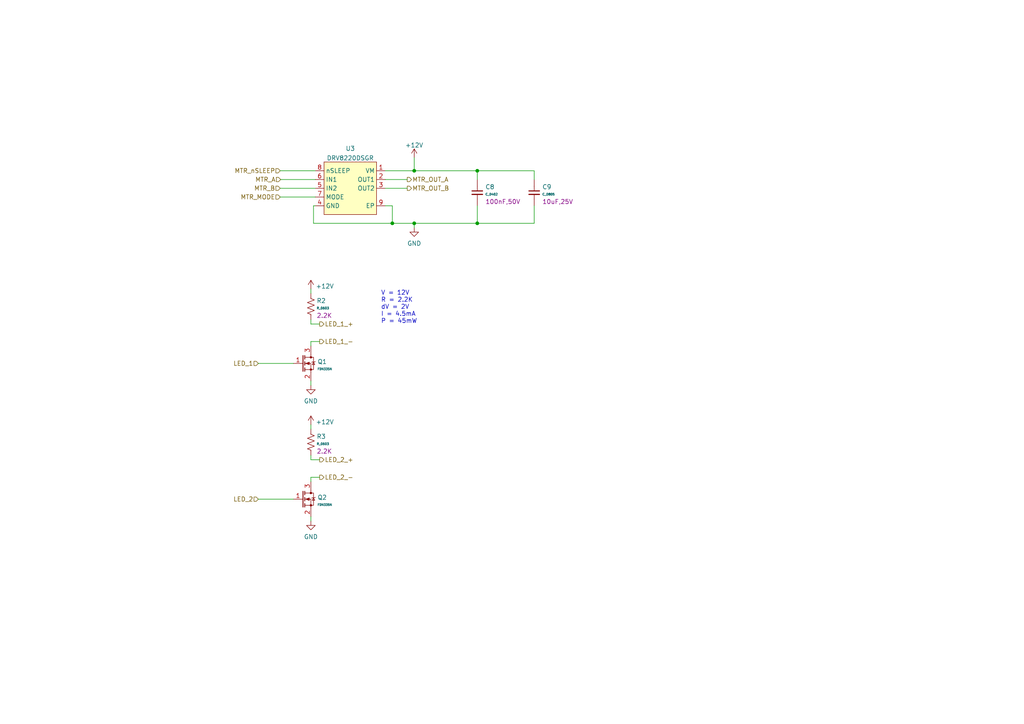
<source format=kicad_sch>
(kicad_sch (version 20211123) (generator eeschema)

  (uuid cfed62e9-34bb-4d32-944e-a36b65e51c2c)

  (paper "A4")

  (lib_symbols
    (symbol "C_Capacitor:C_0402" (pin_numbers hide) (pin_names (offset 1.016)) (in_bom yes) (on_board yes)
      (property "Reference" "C" (id 0) (at 2.54 1.905 0)
        (effects (font (size 1.27 1.27)))
      )
      (property "Value" "C_0402" (id 1) (at 3.81 -1.905 0)
        (effects (font (size 0.635 0.635)))
      )
      (property "Footprint" "C_Capacitor:C_0402" (id 2) (at -3.175 0 90)
        (effects (font (size 1.27 1.27)) hide)
      )
      (property "Datasheet" "" (id 3) (at 2.54 1.905 0)
        (effects (font (size 1.27 1.27)) hide)
      )
      (property "Capacitance" "?nF,?V" (id 4) (at 5.715 0 0)
        (effects (font (size 1.27 1.27)))
      )
      (symbol "C_0402_1_1"
        (polyline
          (pts
            (xy -1.524 -0.508)
            (xy 1.524 -0.508)
          )
          (stroke (width 0.3302) (type default) (color 0 0 0 0))
          (fill (type none))
        )
        (polyline
          (pts
            (xy -1.524 0.508)
            (xy 1.524 0.508)
          )
          (stroke (width 0.3048) (type default) (color 0 0 0 0))
          (fill (type none))
        )
        (polyline
          (pts
            (xy 0 -1.905)
            (xy 0 -0.635)
          )
          (stroke (width 0) (type default) (color 0 0 0 0))
          (fill (type none))
        )
        (polyline
          (pts
            (xy 0 0.635)
            (xy 0 1.905)
          )
          (stroke (width 0) (type default) (color 0 0 0 0))
          (fill (type none))
        )
        (pin passive line (at 0 3.81 270) (length 2.032)
          (name "~" (effects (font (size 1.27 1.27))))
          (number "1" (effects (font (size 1.27 1.27))))
        )
        (pin passive line (at 0 -3.81 90) (length 2.032)
          (name "~" (effects (font (size 1.27 1.27))))
          (number "2" (effects (font (size 1.27 1.27))))
        )
      )
    )
    (symbol "C_Capacitor:C_0805" (pin_numbers hide) (pin_names (offset 1.016)) (in_bom yes) (on_board yes)
      (property "Reference" "C" (id 0) (at 2.54 1.905 0)
        (effects (font (size 1.27 1.27)))
      )
      (property "Value" "C_0805" (id 1) (at 3.81 -1.905 0)
        (effects (font (size 0.635 0.635)))
      )
      (property "Footprint" "C_Capacitor:C_0805" (id 2) (at -3.175 0 90)
        (effects (font (size 1.27 1.27)) hide)
      )
      (property "Datasheet" "" (id 3) (at 2.54 1.905 0)
        (effects (font (size 1.27 1.27)) hide)
      )
      (property "Capacitance" "?uF,?V" (id 4) (at 5.08 0 0)
        (effects (font (size 1.27 1.27)))
      )
      (symbol "C_0805_1_1"
        (polyline
          (pts
            (xy -1.524 -0.508)
            (xy 1.524 -0.508)
          )
          (stroke (width 0.3302) (type default) (color 0 0 0 0))
          (fill (type none))
        )
        (polyline
          (pts
            (xy -1.524 0.508)
            (xy 1.524 0.508)
          )
          (stroke (width 0.3048) (type default) (color 0 0 0 0))
          (fill (type none))
        )
        (polyline
          (pts
            (xy 0 -1.905)
            (xy 0 -0.635)
          )
          (stroke (width 0) (type default) (color 0 0 0 0))
          (fill (type none))
        )
        (polyline
          (pts
            (xy 0 0.635)
            (xy 0 1.905)
          )
          (stroke (width 0) (type default) (color 0 0 0 0))
          (fill (type none))
        )
        (pin passive line (at 0 3.81 270) (length 2.032)
          (name "~" (effects (font (size 1.27 1.27))))
          (number "1" (effects (font (size 1.27 1.27))))
        )
        (pin passive line (at 0 -3.81 90) (length 2.032)
          (name "~" (effects (font (size 1.27 1.27))))
          (number "2" (effects (font (size 1.27 1.27))))
        )
      )
    )
    (symbol "Q_MOSFET:FDN335N" (pin_names (offset 0) hide) (in_bom yes) (on_board yes)
      (property "Reference" "Q" (id 0) (at 2.54 1.27 0)
        (effects (font (size 1.27 1.27)) (justify left))
      )
      (property "Value" "FDN335N" (id 1) (at 2.54 -0.381 0)
        (effects (font (size 0.6096 0.6096)) (justify left))
      )
      (property "Footprint" "U_IC:SOT23_3" (id 2) (at 8.89 -1.905 0)
        (effects (font (size 1.27 1.27)) hide)
      )
      (property "Datasheet" "https://www.onsemi.com/pdf/datasheet/fdn335n-d.pdf" (id 3) (at -1.27 -12.7 0)
        (effects (font (size 1.27 1.27)) hide)
      )
      (property "ki_keywords" "MOSFET P-CH 20V 1.3A SUPERSOT3" (id 4) (at 0 0 0)
        (effects (font (size 1.27 1.27)) hide)
      )
      (property "ki_description" "P-MOSFET transistor, drain/source/gate" (id 5) (at 0 0 0)
        (effects (font (size 1.27 1.27)) hide)
      )
      (symbol "FDN335N_0_1"
        (circle (center 0 -1.778) (radius 0.254)
          (stroke (width 0) (type default) (color 0 0 0 0))
          (fill (type outline))
        )
        (polyline
          (pts
            (xy -2.286 -2.286)
            (xy -2.286 2.286)
          )
          (stroke (width 0.254) (type default) (color 0 0 0 0))
          (fill (type none))
        )
        (polyline
          (pts
            (xy -1.778 -1.27)
            (xy -1.778 -2.286)
          )
          (stroke (width 0.254) (type default) (color 0 0 0 0))
          (fill (type none))
        )
        (polyline
          (pts
            (xy -1.778 0.508)
            (xy -1.778 -0.508)
          )
          (stroke (width 0.254) (type default) (color 0 0 0 0))
          (fill (type none))
        )
        (polyline
          (pts
            (xy -1.778 2.286)
            (xy -1.778 1.27)
          )
          (stroke (width 0.254) (type default) (color 0 0 0 0))
          (fill (type none))
        )
        (polyline
          (pts
            (xy 0 2.54)
            (xy 0 1.778)
          )
          (stroke (width 0) (type default) (color 0 0 0 0))
          (fill (type none))
        )
        (polyline
          (pts
            (xy 0 -2.54)
            (xy 0 0)
            (xy -1.778 0)
          )
          (stroke (width 0) (type default) (color 0 0 0 0))
          (fill (type none))
        )
        (polyline
          (pts
            (xy -1.778 1.778)
            (xy 0.762 1.778)
            (xy 0.762 -1.778)
            (xy -1.778 -1.778)
          )
          (stroke (width 0) (type default) (color 0 0 0 0))
          (fill (type none))
        )
        (polyline
          (pts
            (xy -1.4732 0)
            (xy -0.4572 -0.381)
            (xy -0.4572 0.381)
            (xy -1.4732 0)
          )
          (stroke (width 0) (type default) (color 0 0 0 0))
          (fill (type outline))
        )
        (polyline
          (pts
            (xy 0.254 0.3048)
            (xy 0.381 0.4318)
            (xy 1.143 0.4318)
            (xy 1.27 0.5588)
          )
          (stroke (width 0) (type default) (color 0 0 0 0))
          (fill (type none))
        )
        (polyline
          (pts
            (xy 0.762 0.3048)
            (xy 1.143 -0.3302)
            (xy 0.381 -0.3302)
            (xy 0.762 0.3048)
          )
          (stroke (width 0) (type default) (color 0 0 0 0))
          (fill (type none))
        )
        (circle (center 0 1.778) (radius 0.254)
          (stroke (width 0) (type default) (color 0 0 0 0))
          (fill (type outline))
        )
      )
      (symbol "FDN335N_1_1"
        (pin input line (at -5.08 0 0) (length 2.6924)
          (name "G" (effects (font (size 1.27 1.27))))
          (number "1" (effects (font (size 1.27 1.27))))
        )
        (pin passive line (at 0 -5.08 90) (length 2.54)
          (name "S" (effects (font (size 1.27 1.27))))
          (number "2" (effects (font (size 1.27 1.27))))
        )
        (pin passive line (at 0 5.08 270) (length 2.54)
          (name "D" (effects (font (size 1.27 1.27))))
          (number "3" (effects (font (size 1.27 1.27))))
        )
      )
    )
    (symbol "R_Resistor:R_0603" (pin_numbers hide) (pin_names (offset 1.016)) (in_bom yes) (on_board yes)
      (property "Reference" "R" (id 0) (at 2.54 1.905 0)
        (effects (font (size 1.27 1.27)))
      )
      (property "Value" "R_0603" (id 1) (at 3.81 -1.905 0)
        (effects (font (size 0.635 0.635)))
      )
      (property "Footprint" "R_Resistor:R_0603" (id 2) (at -2.54 0 90)
        (effects (font (size 1.27 1.27)) hide)
      )
      (property "Datasheet" "" (id 3) (at 5.08 -3.81 0)
        (effects (font (size 1.27 1.27)) hide)
      )
      (property "Resistance" "?K" (id 4) (at 3.175 0 0)
        (effects (font (size 1.27 1.27)))
      )
      (symbol "R_0603_1_1"
        (polyline
          (pts
            (xy 0 -2.286)
            (xy 0 -2.54)
          )
          (stroke (width 0) (type default) (color 0 0 0 0))
          (fill (type none))
        )
        (polyline
          (pts
            (xy 0 2.286)
            (xy 0 2.54)
          )
          (stroke (width 0) (type default) (color 0 0 0 0))
          (fill (type none))
        )
        (polyline
          (pts
            (xy 0 -0.762)
            (xy 1.016 -1.143)
            (xy 0 -1.524)
            (xy -1.016 -1.905)
            (xy 0 -2.286)
          )
          (stroke (width 0) (type default) (color 0 0 0 0))
          (fill (type none))
        )
        (polyline
          (pts
            (xy 0 0.762)
            (xy 1.016 0.381)
            (xy 0 0)
            (xy -1.016 -0.381)
            (xy 0 -0.762)
          )
          (stroke (width 0) (type default) (color 0 0 0 0))
          (fill (type none))
        )
        (polyline
          (pts
            (xy 0 2.286)
            (xy 1.016 1.905)
            (xy 0 1.524)
            (xy -1.016 1.143)
            (xy 0 0.762)
          )
          (stroke (width 0) (type default) (color 0 0 0 0))
          (fill (type none))
        )
        (pin passive line (at 0 3.81 270) (length 1.27)
          (name "~" (effects (font (size 1.27 1.27))))
          (number "1" (effects (font (size 1.27 1.27))))
        )
        (pin passive line (at 0 -3.81 90) (length 1.27)
          (name "~" (effects (font (size 1.27 1.27))))
          (number "2" (effects (font (size 1.27 1.27))))
        )
      )
    )
    (symbol "U_Driver:DRV8220DSGR" (in_bom yes) (on_board yes)
      (property "Reference" "U" (id 0) (at -6.4 8.96 0)
        (effects (font (size 1.27 1.27)))
      )
      (property "Value" "DRV8220DSGR" (id 1) (at 0 -8.89 0)
        (effects (font (size 1.27 1.27)))
      )
      (property "Footprint" "U_IC:DFN8_05_2x2_EP" (id 2) (at 1.27 -11.43 0)
        (effects (font (size 1.27 1.27)) hide)
      )
      (property "Datasheet" "https://www.ti.com/general/docs/suppproductinfo.tsp?distId=10&gotoUrl=http%3A%2F%2Fwww.ti.com%2Flit%2Fgpn%2Fdrv8220" (id 3) (at 2.54 -13.97 0)
        (effects (font (size 1.27 1.27)) hide)
      )
      (property "ki_description" "20-V, 1-A H-BRIDGE MOTOR DRIVER" (id 4) (at 0 0 0)
        (effects (font (size 1.27 1.27)) hide)
      )
      (symbol "DRV8220DSGR_0_1"
        (rectangle (start -7.62 7.62) (end 7.62 -7.62)
          (stroke (width 0.1524) (type default) (color 0 0 0 0))
          (fill (type background))
        )
      )
      (symbol "DRV8220DSGR_1_1"
        (pin power_in line (at 10.16 5.08 180) (length 2.54)
          (name "VM" (effects (font (size 1.27 1.27))))
          (number "1" (effects (font (size 1.27 1.27))))
        )
        (pin output line (at 10.16 2.54 180) (length 2.54)
          (name "OUT1" (effects (font (size 1.27 1.27))))
          (number "2" (effects (font (size 1.27 1.27))))
        )
        (pin output line (at 10.16 0 180) (length 2.54)
          (name "OUT2" (effects (font (size 1.27 1.27))))
          (number "3" (effects (font (size 1.27 1.27))))
        )
        (pin power_in line (at -10.16 -5.08 0) (length 2.54)
          (name "GND" (effects (font (size 1.27 1.27))))
          (number "4" (effects (font (size 1.27 1.27))))
        )
        (pin input line (at -10.16 0 0) (length 2.54)
          (name "IN2" (effects (font (size 1.27 1.27))))
          (number "5" (effects (font (size 1.27 1.27))))
        )
        (pin input line (at -10.16 2.54 0) (length 2.54)
          (name "IN1" (effects (font (size 1.27 1.27))))
          (number "6" (effects (font (size 1.27 1.27))))
        )
        (pin input line (at -10.16 -2.54 0) (length 2.54)
          (name "MODE" (effects (font (size 1.27 1.27))))
          (number "7" (effects (font (size 1.27 1.27))))
        )
        (pin input line (at -10.16 5.08 0) (length 2.54)
          (name "nSLEEP" (effects (font (size 1.27 1.27))))
          (number "8" (effects (font (size 1.27 1.27))))
        )
        (pin power_in line (at 10.16 -5.08 180) (length 2.54)
          (name "EP" (effects (font (size 1.27 1.27))))
          (number "9" (effects (font (size 1.27 1.27))))
        )
      )
    )
    (symbol "power:+12V" (power) (pin_names (offset 0)) (in_bom yes) (on_board yes)
      (property "Reference" "#PWR" (id 0) (at 0 -3.81 0)
        (effects (font (size 1.27 1.27)) hide)
      )
      (property "Value" "+12V" (id 1) (at 0 3.556 0)
        (effects (font (size 1.27 1.27)))
      )
      (property "Footprint" "" (id 2) (at 0 0 0)
        (effects (font (size 1.27 1.27)) hide)
      )
      (property "Datasheet" "" (id 3) (at 0 0 0)
        (effects (font (size 1.27 1.27)) hide)
      )
      (property "ki_keywords" "power-flag" (id 4) (at 0 0 0)
        (effects (font (size 1.27 1.27)) hide)
      )
      (property "ki_description" "Power symbol creates a global label with name \"+12V\"" (id 5) (at 0 0 0)
        (effects (font (size 1.27 1.27)) hide)
      )
      (symbol "+12V_0_1"
        (polyline
          (pts
            (xy -0.762 1.27)
            (xy 0 2.54)
          )
          (stroke (width 0) (type default) (color 0 0 0 0))
          (fill (type none))
        )
        (polyline
          (pts
            (xy 0 0)
            (xy 0 2.54)
          )
          (stroke (width 0) (type default) (color 0 0 0 0))
          (fill (type none))
        )
        (polyline
          (pts
            (xy 0 2.54)
            (xy 0.762 1.27)
          )
          (stroke (width 0) (type default) (color 0 0 0 0))
          (fill (type none))
        )
      )
      (symbol "+12V_1_1"
        (pin power_in line (at 0 0 90) (length 0) hide
          (name "+12V" (effects (font (size 1.27 1.27))))
          (number "1" (effects (font (size 1.27 1.27))))
        )
      )
    )
    (symbol "power:GND" (power) (pin_names (offset 0)) (in_bom yes) (on_board yes)
      (property "Reference" "#PWR" (id 0) (at 0 -6.35 0)
        (effects (font (size 1.27 1.27)) hide)
      )
      (property "Value" "GND" (id 1) (at 0 -3.81 0)
        (effects (font (size 1.27 1.27)))
      )
      (property "Footprint" "" (id 2) (at 0 0 0)
        (effects (font (size 1.27 1.27)) hide)
      )
      (property "Datasheet" "" (id 3) (at 0 0 0)
        (effects (font (size 1.27 1.27)) hide)
      )
      (property "ki_keywords" "power-flag" (id 4) (at 0 0 0)
        (effects (font (size 1.27 1.27)) hide)
      )
      (property "ki_description" "Power symbol creates a global label with name \"GND\" , ground" (id 5) (at 0 0 0)
        (effects (font (size 1.27 1.27)) hide)
      )
      (symbol "GND_0_1"
        (polyline
          (pts
            (xy 0 0)
            (xy 0 -1.27)
            (xy 1.27 -1.27)
            (xy 0 -2.54)
            (xy -1.27 -1.27)
            (xy 0 -1.27)
          )
          (stroke (width 0) (type default) (color 0 0 0 0))
          (fill (type none))
        )
      )
      (symbol "GND_1_1"
        (pin power_in line (at 0 0 270) (length 0) hide
          (name "GND" (effects (font (size 1.27 1.27))))
          (number "1" (effects (font (size 1.27 1.27))))
        )
      )
    )
  )

  (junction (at 138.43 49.53) (diameter 0) (color 0 0 0 0)
    (uuid 09078758-c4e6-44e4-bccb-b10d717135e8)
  )
  (junction (at 138.43 64.77) (diameter 0) (color 0 0 0 0)
    (uuid 0dbe4eb3-13cb-492d-a6a4-18ae85706c8e)
  )
  (junction (at 120.142 64.77) (diameter 0) (color 0 0 0 0)
    (uuid 1c29fd60-d4de-4a9d-ba3e-b9f630e094eb)
  )
  (junction (at 120.142 49.53) (diameter 0) (color 0 0 0 0)
    (uuid 7ae3c545-9193-4c8d-bbd0-9a9e3146b28e)
  )
  (junction (at 113.792 64.77) (diameter 0) (color 0 0 0 0)
    (uuid 9d215031-7bf4-468c-9d5b-d0bd666cbe0f)
  )

  (wire (pts (xy 90.932 59.69) (xy 90.932 64.77))
    (stroke (width 0) (type default) (color 0 0 0 0))
    (uuid 03acad93-7908-430f-9f21-c94a9fadb2dc)
  )
  (wire (pts (xy 154.94 52.07) (xy 154.94 49.53))
    (stroke (width 0) (type default) (color 0 0 0 0))
    (uuid 10e3ecbf-9fed-4a74-93c9-1ce180d10c3f)
  )
  (wire (pts (xy 111.76 49.53) (xy 120.142 49.53))
    (stroke (width 0) (type default) (color 0 0 0 0))
    (uuid 13bfdf9a-2014-4aa8-9c29-8143123688f5)
  )
  (wire (pts (xy 90.17 99.06) (xy 90.17 100.33))
    (stroke (width 0) (type default) (color 0 0 0 0))
    (uuid 18216ed0-20f5-4c35-ae87-146cd989c758)
  )
  (wire (pts (xy 74.93 144.78) (xy 85.09 144.78))
    (stroke (width 0) (type default) (color 0 0 0 0))
    (uuid 19a9d0c8-84ee-4a5b-8aaf-fa8f83668058)
  )
  (wire (pts (xy 90.17 133.35) (xy 90.17 132.08))
    (stroke (width 0) (type default) (color 0 0 0 0))
    (uuid 1c744756-c7d9-4de3-adac-8e2ac58c41a9)
  )
  (wire (pts (xy 111.76 59.69) (xy 113.792 59.69))
    (stroke (width 0) (type default) (color 0 0 0 0))
    (uuid 1ea89c8a-893c-4ecf-8f28-721f84b88871)
  )
  (wire (pts (xy 90.932 64.77) (xy 113.792 64.77))
    (stroke (width 0) (type default) (color 0 0 0 0))
    (uuid 1eed56f1-b6d7-4aa6-a331-7dc10b6c1f97)
  )
  (wire (pts (xy 92.71 133.35) (xy 90.17 133.35))
    (stroke (width 0) (type default) (color 0 0 0 0))
    (uuid 26f56ad9-dfe8-400e-8870-f1d0bd1cc1db)
  )
  (wire (pts (xy 120.142 64.77) (xy 138.43 64.77))
    (stroke (width 0) (type default) (color 0 0 0 0))
    (uuid 2df1ae01-151d-4a17-aab6-13989cc913de)
  )
  (wire (pts (xy 113.792 64.77) (xy 120.142 64.77))
    (stroke (width 0) (type default) (color 0 0 0 0))
    (uuid 341d66e9-e767-4120-9995-0fb32dc15fd0)
  )
  (wire (pts (xy 90.17 93.98) (xy 90.17 92.71))
    (stroke (width 0) (type default) (color 0 0 0 0))
    (uuid 38deb0cb-894d-4d3f-afe8-5b1525d669c7)
  )
  (wire (pts (xy 74.93 105.41) (xy 85.09 105.41))
    (stroke (width 0) (type default) (color 0 0 0 0))
    (uuid 42db0437-0c6b-4bf4-b848-c18773799892)
  )
  (wire (pts (xy 90.17 110.49) (xy 90.17 111.76))
    (stroke (width 0) (type default) (color 0 0 0 0))
    (uuid 4d39b5de-c27d-48f0-91b3-161b72625ac0)
  )
  (wire (pts (xy 90.17 83.82) (xy 90.17 85.09))
    (stroke (width 0) (type default) (color 0 0 0 0))
    (uuid 58883978-216c-4913-a5f9-96abb78f508e)
  )
  (wire (pts (xy 81.28 54.61) (xy 91.44 54.61))
    (stroke (width 0) (type default) (color 0 0 0 0))
    (uuid 5b50870e-3665-4906-b557-cc3885d0cab2)
  )
  (wire (pts (xy 92.71 93.98) (xy 90.17 93.98))
    (stroke (width 0) (type default) (color 0 0 0 0))
    (uuid 5bda87a0-5cf1-4fff-afd7-7b04d32ff27e)
  )
  (wire (pts (xy 90.17 123.19) (xy 90.17 124.46))
    (stroke (width 0) (type default) (color 0 0 0 0))
    (uuid 5f1d5169-7059-4d63-a48b-b7b4970743da)
  )
  (wire (pts (xy 90.17 99.06) (xy 92.71 99.06))
    (stroke (width 0) (type default) (color 0 0 0 0))
    (uuid 6099af67-8ca5-4701-9c03-224bf3da1a22)
  )
  (wire (pts (xy 90.17 138.43) (xy 92.71 138.43))
    (stroke (width 0) (type default) (color 0 0 0 0))
    (uuid 60d57f37-c9db-4242-85e4-d0e76d8715d9)
  )
  (wire (pts (xy 138.43 49.53) (xy 138.43 52.07))
    (stroke (width 0) (type default) (color 0 0 0 0))
    (uuid 662d0ad3-8f97-4606-9900-6524f45277ec)
  )
  (wire (pts (xy 81.28 57.15) (xy 91.44 57.15))
    (stroke (width 0) (type default) (color 0 0 0 0))
    (uuid 680bf010-6d78-4227-b05e-14ff3e5e57c3)
  )
  (wire (pts (xy 113.792 59.69) (xy 113.792 64.77))
    (stroke (width 0) (type default) (color 0 0 0 0))
    (uuid 6e6aa3c3-f807-4a9d-a1e7-7fdd1a5c8e23)
  )
  (wire (pts (xy 90.17 149.86) (xy 90.17 151.13))
    (stroke (width 0) (type default) (color 0 0 0 0))
    (uuid 7196c5f5-84c2-49a2-ad6e-2918acedc9ce)
  )
  (wire (pts (xy 138.43 64.77) (xy 154.94 64.77))
    (stroke (width 0) (type default) (color 0 0 0 0))
    (uuid 7997a8d5-16d6-43ef-905f-97aff1dff843)
  )
  (wire (pts (xy 154.94 49.53) (xy 138.43 49.53))
    (stroke (width 0) (type default) (color 0 0 0 0))
    (uuid 9a20f20c-c40f-44e1-824d-64deb7b7fb76)
  )
  (wire (pts (xy 120.142 49.53) (xy 120.142 45.72))
    (stroke (width 0) (type default) (color 0 0 0 0))
    (uuid a6f1945a-dccf-44db-b720-7bc558456139)
  )
  (wire (pts (xy 91.44 49.53) (xy 81.28 49.53))
    (stroke (width 0) (type default) (color 0 0 0 0))
    (uuid a975c0cc-710a-4fef-910b-a69640c6250e)
  )
  (wire (pts (xy 120.142 64.77) (xy 120.142 66.04))
    (stroke (width 0) (type default) (color 0 0 0 0))
    (uuid c5b06d69-a7af-4031-9dcd-5090be168f00)
  )
  (wire (pts (xy 90.17 138.43) (xy 90.17 139.7))
    (stroke (width 0) (type default) (color 0 0 0 0))
    (uuid d4696881-abd4-4f38-9614-a01052a927ee)
  )
  (wire (pts (xy 138.43 49.53) (xy 120.142 49.53))
    (stroke (width 0) (type default) (color 0 0 0 0))
    (uuid d80366be-8c82-4428-9768-43d1e4b68a2f)
  )
  (wire (pts (xy 138.43 64.77) (xy 138.43 59.69))
    (stroke (width 0) (type default) (color 0 0 0 0))
    (uuid db5e8756-c74f-4e96-b37d-64e49dcc3861)
  )
  (wire (pts (xy 111.76 54.61) (xy 118.11 54.61))
    (stroke (width 0) (type default) (color 0 0 0 0))
    (uuid dcf1cd22-1ef2-4fd8-bf59-767d3b082b1c)
  )
  (wire (pts (xy 111.76 52.07) (xy 118.11 52.07))
    (stroke (width 0) (type default) (color 0 0 0 0))
    (uuid e1fb5167-fef8-4de7-993e-24132abfe733)
  )
  (wire (pts (xy 154.94 64.77) (xy 154.94 59.69))
    (stroke (width 0) (type default) (color 0 0 0 0))
    (uuid e5b5220c-962c-407d-8127-c02ab136c3d2)
  )
  (wire (pts (xy 91.44 59.69) (xy 90.932 59.69))
    (stroke (width 0) (type default) (color 0 0 0 0))
    (uuid ea7c5b1f-2f8c-4ea2-b70d-04332c55e59a)
  )
  (wire (pts (xy 81.407 52.07) (xy 91.44 52.07))
    (stroke (width 0) (type default) (color 0 0 0 0))
    (uuid fd9ac719-4ce5-462a-a12b-a4dba0be88df)
  )

  (text "V = 12V\nR = 2.2K\ndV = 2V\nI = 4.5mA\nP = 45mW\n" (at 110.49 93.98 0)
    (effects (font (size 1.27 1.27)) (justify left bottom))
    (uuid 43ab1146-1b7c-46fa-9062-27e1a9cb717e)
  )

  (hierarchical_label "LED_1" (shape input) (at 74.93 105.41 180)
    (effects (font (size 1.27 1.27)) (justify right))
    (uuid 0620bbf3-f635-4e5b-81b6-dadf8a475106)
  )
  (hierarchical_label "LED_2_-" (shape output) (at 92.71 138.43 0)
    (effects (font (size 1.27 1.27)) (justify left))
    (uuid 06d740ae-b17f-4f11-b99e-620d1c49e77b)
  )
  (hierarchical_label "LED_1_+" (shape output) (at 92.71 93.98 0)
    (effects (font (size 1.27 1.27)) (justify left))
    (uuid 1fd7b02b-850e-4e7c-b600-ca4272ea1109)
  )
  (hierarchical_label "MTR_MODE" (shape input) (at 81.28 57.15 180)
    (effects (font (size 1.27 1.27)) (justify right))
    (uuid 3f5990e8-3652-4379-9c8a-50ea45fa29f0)
  )
  (hierarchical_label "MTR_nSLEEP" (shape input) (at 81.28 49.53 180)
    (effects (font (size 1.27 1.27)) (justify right))
    (uuid 44260a97-b1d1-4c9e-b02b-b316e47447ef)
  )
  (hierarchical_label "MTR_A" (shape input) (at 81.407 52.07 180)
    (effects (font (size 1.27 1.27)) (justify right))
    (uuid 591ac647-57c7-4123-8a4c-af1d25935942)
  )
  (hierarchical_label "MTR_OUT_B" (shape output) (at 118.11 54.61 0)
    (effects (font (size 1.27 1.27)) (justify left))
    (uuid a11bb838-418a-4106-95ab-485b74f0b53e)
  )
  (hierarchical_label "LED_2_+" (shape output) (at 92.71 133.35 0)
    (effects (font (size 1.27 1.27)) (justify left))
    (uuid aba66295-553b-4d46-93d9-c002ae6022dd)
  )
  (hierarchical_label "LED_2" (shape input) (at 74.93 144.78 180)
    (effects (font (size 1.27 1.27)) (justify right))
    (uuid add678d6-5d7f-4424-897d-c5ef3f434a05)
  )
  (hierarchical_label "MTR_B" (shape input) (at 81.28 54.61 180)
    (effects (font (size 1.27 1.27)) (justify right))
    (uuid b72f4b05-b879-4541-9697-71e1ffc7a9c2)
  )
  (hierarchical_label "MTR_OUT_A" (shape output) (at 118.11 52.07 0)
    (effects (font (size 1.27 1.27)) (justify left))
    (uuid d3c5ed38-f774-4a70-b5dd-6486e18ecefb)
  )
  (hierarchical_label "LED_1_-" (shape output) (at 92.71 99.06 0)
    (effects (font (size 1.27 1.27)) (justify left))
    (uuid f64a6dda-612a-445e-aa19-3618bd2ac33e)
  )

  (symbol (lib_id "power:GND") (at 90.17 151.13 0) (unit 1)
    (in_bom yes) (on_board yes) (fields_autoplaced)
    (uuid 02f20395-581e-4e5a-852a-94ecaeea9b4c)
    (property "Reference" "#PWR018" (id 0) (at 90.17 157.48 0)
      (effects (font (size 1.27 1.27)) hide)
    )
    (property "Value" "GND" (id 1) (at 90.17 155.6925 0))
    (property "Footprint" "" (id 2) (at 90.17 151.13 0)
      (effects (font (size 1.27 1.27)) hide)
    )
    (property "Datasheet" "" (id 3) (at 90.17 151.13 0)
      (effects (font (size 1.27 1.27)) hide)
    )
    (pin "1" (uuid f6b4db51-05da-410b-84c9-d5fa87b383da))
  )

  (symbol (lib_id "power:GND") (at 90.17 111.76 0) (unit 1)
    (in_bom yes) (on_board yes) (fields_autoplaced)
    (uuid 0b862dd0-afd9-4a89-8f9c-33258f39a81a)
    (property "Reference" "#PWR016" (id 0) (at 90.17 118.11 0)
      (effects (font (size 1.27 1.27)) hide)
    )
    (property "Value" "GND" (id 1) (at 90.17 116.3225 0))
    (property "Footprint" "" (id 2) (at 90.17 111.76 0)
      (effects (font (size 1.27 1.27)) hide)
    )
    (property "Datasheet" "" (id 3) (at 90.17 111.76 0)
      (effects (font (size 1.27 1.27)) hide)
    )
    (pin "1" (uuid 50534085-4bd9-4f03-a0b6-6041f43a4859))
  )

  (symbol (lib_id "C_Capacitor:C_0402") (at 138.43 55.88 0) (unit 1)
    (in_bom yes) (on_board yes) (fields_autoplaced)
    (uuid 0d48d927-0c62-490c-8616-63370b7e19ae)
    (property "Reference" "C8" (id 0) (at 140.7541 54.2142 0)
      (effects (font (size 1.27 1.27)) (justify left))
    )
    (property "Value" "C_0402" (id 1) (at 140.7541 56.3591 0)
      (effects (font (size 0.635 0.635)) (justify left))
    )
    (property "Footprint" "C_Capacitor:C_0402" (id 2) (at 135.255 55.88 90)
      (effects (font (size 1.27 1.27)) hide)
    )
    (property "Datasheet" "" (id 3) (at 140.97 53.975 0)
      (effects (font (size 1.27 1.27)) hide)
    )
    (property "Capacitance" "100nF,50V" (id 4) (at 140.7541 58.5039 0)
      (effects (font (size 1.27 1.27)) (justify left))
    )
    (pin "1" (uuid 5865a977-01de-4a27-a30a-62ed599cc7b6))
    (pin "2" (uuid 9171975a-7a11-471b-a550-cf01255601c1))
  )

  (symbol (lib_id "Q_MOSFET:FDN335N") (at 90.17 105.41 0) (unit 1)
    (in_bom yes) (on_board yes) (fields_autoplaced)
    (uuid 2f325cbd-850f-465c-a808-edaca1c17298)
    (property "Reference" "Q1" (id 0) (at 92.075 104.9079 0)
      (effects (font (size 1.27 1.27)) (justify left))
    )
    (property "Value" "FDN335N" (id 1) (at 92.075 107.0275 0)
      (effects (font (size 0.6096 0.6096)) (justify left))
    )
    (property "Footprint" "U_IC:SOT23_3" (id 2) (at 99.06 107.315 0)
      (effects (font (size 1.27 1.27)) hide)
    )
    (property "Datasheet" "https://www.onsemi.com/pdf/datasheet/fdn335n-d.pdf" (id 3) (at 88.9 118.11 0)
      (effects (font (size 1.27 1.27)) hide)
    )
    (pin "1" (uuid 0a2ed00a-6501-4ad3-90e8-e64397b71d4b))
    (pin "2" (uuid 4e3751d5-9ea4-4f62-8580-ecb74f11613c))
    (pin "3" (uuid 41ca0610-d0c0-4a18-9d78-392c356466ef))
  )

  (symbol (lib_id "U_Driver:DRV8220DSGR") (at 101.6 54.61 0) (unit 1)
    (in_bom yes) (on_board yes) (fields_autoplaced)
    (uuid 393ba611-1d05-4a26-89a6-1f5cdee6e763)
    (property "Reference" "U3" (id 0) (at 101.6 43.0743 0))
    (property "Value" "DRV8220DSGR" (id 1) (at 101.6 45.8494 0))
    (property "Footprint" "U_IC:DFN8_05_2x2_EP" (id 2) (at 102.87 66.04 0)
      (effects (font (size 1.27 1.27)) hide)
    )
    (property "Datasheet" "https://www.ti.com/general/docs/suppproductinfo.tsp?distId=10&gotoUrl=http%3A%2F%2Fwww.ti.com%2Flit%2Fgpn%2Fdrv8220" (id 3) (at 104.14 68.58 0)
      (effects (font (size 1.27 1.27)) hide)
    )
    (pin "1" (uuid f14030f3-42c8-4ae1-bdf7-e915723eb6c4))
    (pin "2" (uuid f5373a1e-e4e3-4964-b7e0-1bc115d772a8))
    (pin "3" (uuid 0b65618c-54ab-4364-be65-ee83a56ae031))
    (pin "4" (uuid be2f13b4-b7cf-458a-ae9f-dd19a5481a62))
    (pin "5" (uuid 2602e1b3-c654-4c9c-842c-a55bffedd255))
    (pin "6" (uuid fea6ef4b-96d5-44da-9568-160c8b612208))
    (pin "7" (uuid 6b9190c1-0810-4817-b2a1-eb833cd4705c))
    (pin "8" (uuid a1e7c990-67b5-4aab-ba28-bf015b22c672))
    (pin "9" (uuid 8de10f7a-fe2c-4b70-902b-f6887e923ca1))
  )

  (symbol (lib_id "Q_MOSFET:FDN335N") (at 90.17 144.78 0) (unit 1)
    (in_bom yes) (on_board yes) (fields_autoplaced)
    (uuid 4c6f7b3f-8a82-4ca0-903b-6f5dd129db0a)
    (property "Reference" "Q2" (id 0) (at 92.075 144.2779 0)
      (effects (font (size 1.27 1.27)) (justify left))
    )
    (property "Value" "FDN335N" (id 1) (at 92.075 146.3975 0)
      (effects (font (size 0.6096 0.6096)) (justify left))
    )
    (property "Footprint" "U_IC:SOT23_3" (id 2) (at 99.06 146.685 0)
      (effects (font (size 1.27 1.27)) hide)
    )
    (property "Datasheet" "https://www.onsemi.com/pdf/datasheet/fdn335n-d.pdf" (id 3) (at 88.9 157.48 0)
      (effects (font (size 1.27 1.27)) hide)
    )
    (pin "1" (uuid 8bfdc90c-37fb-4c47-ac82-0eef311f0672))
    (pin "2" (uuid 5d4f207f-5aa6-4747-9a89-e06d0792865a))
    (pin "3" (uuid 7bd21867-a5f0-4a3e-b842-e555d2b8d2ee))
  )

  (symbol (lib_id "power:+12V") (at 90.17 123.19 0) (unit 1)
    (in_bom yes) (on_board yes) (fields_autoplaced)
    (uuid 54081a83-f371-4f08-af67-3c01ceaa05c4)
    (property "Reference" "#PWR017" (id 0) (at 90.17 127 0)
      (effects (font (size 1.27 1.27)) hide)
    )
    (property "Value" "+12V" (id 1) (at 91.567 122.399 0)
      (effects (font (size 1.27 1.27)) (justify left))
    )
    (property "Footprint" "" (id 2) (at 90.17 123.19 0)
      (effects (font (size 1.27 1.27)) hide)
    )
    (property "Datasheet" "" (id 3) (at 90.17 123.19 0)
      (effects (font (size 1.27 1.27)) hide)
    )
    (pin "1" (uuid 6e3f0fdf-80af-4875-9d89-f107856a6206))
  )

  (symbol (lib_id "R_Resistor:R_0603") (at 90.17 128.27 0) (unit 1)
    (in_bom yes) (on_board yes) (fields_autoplaced)
    (uuid 604d38b5-cff6-4dbb-b65b-30f47c439800)
    (property "Reference" "R3" (id 0) (at 91.821 126.6042 0)
      (effects (font (size 1.27 1.27)) (justify left))
    )
    (property "Value" "R_0603" (id 1) (at 91.821 128.7491 0)
      (effects (font (size 0.635 0.635)) (justify left))
    )
    (property "Footprint" "R_Resistor:R_0603" (id 2) (at 87.63 128.27 90)
      (effects (font (size 1.27 1.27)) hide)
    )
    (property "Datasheet" "" (id 3) (at 95.25 132.08 0)
      (effects (font (size 1.27 1.27)) hide)
    )
    (property "Resistance" "2.2K" (id 4) (at 91.821 130.8939 0)
      (effects (font (size 1.27 1.27)) (justify left))
    )
    (pin "1" (uuid 0ed4e44c-d226-4651-9e50-6b6cd708694b))
    (pin "2" (uuid 80176dd4-6216-4ad1-808a-2581db07f4e0))
  )

  (symbol (lib_id "power:+12V") (at 90.17 83.82 0) (unit 1)
    (in_bom yes) (on_board yes) (fields_autoplaced)
    (uuid 6ef5569d-eadd-405f-89ce-2ff855cd5d9e)
    (property "Reference" "#PWR015" (id 0) (at 90.17 87.63 0)
      (effects (font (size 1.27 1.27)) hide)
    )
    (property "Value" "+12V" (id 1) (at 91.567 83.029 0)
      (effects (font (size 1.27 1.27)) (justify left))
    )
    (property "Footprint" "" (id 2) (at 90.17 83.82 0)
      (effects (font (size 1.27 1.27)) hide)
    )
    (property "Datasheet" "" (id 3) (at 90.17 83.82 0)
      (effects (font (size 1.27 1.27)) hide)
    )
    (pin "1" (uuid f6e910f8-1490-449e-a9d6-a7f2271ed502))
  )

  (symbol (lib_id "power:+12V") (at 120.142 45.72 0) (unit 1)
    (in_bom yes) (on_board yes) (fields_autoplaced)
    (uuid 75f3f9d6-40ff-4d94-9039-f3430194542e)
    (property "Reference" "#PWR019" (id 0) (at 120.142 49.53 0)
      (effects (font (size 1.27 1.27)) hide)
    )
    (property "Value" "+12V" (id 1) (at 120.142 42.1155 0))
    (property "Footprint" "" (id 2) (at 120.142 45.72 0)
      (effects (font (size 1.27 1.27)) hide)
    )
    (property "Datasheet" "" (id 3) (at 120.142 45.72 0)
      (effects (font (size 1.27 1.27)) hide)
    )
    (pin "1" (uuid 28f2aaa6-1199-4602-b85e-0cbcc32ce00b))
  )

  (symbol (lib_id "C_Capacitor:C_0805") (at 154.94 55.88 0) (unit 1)
    (in_bom yes) (on_board yes) (fields_autoplaced)
    (uuid be2eca24-c96a-4723-9095-cf4fc1556172)
    (property "Reference" "C9" (id 0) (at 157.2641 54.2142 0)
      (effects (font (size 1.27 1.27)) (justify left))
    )
    (property "Value" "C_0805" (id 1) (at 157.2641 56.3591 0)
      (effects (font (size 0.635 0.635)) (justify left))
    )
    (property "Footprint" "C_Capacitor:C_0805" (id 2) (at 151.765 55.88 90)
      (effects (font (size 1.27 1.27)) hide)
    )
    (property "Datasheet" "" (id 3) (at 157.48 53.975 0)
      (effects (font (size 1.27 1.27)) hide)
    )
    (property "Capacitance" "10uF,25V" (id 4) (at 157.2641 58.5039 0)
      (effects (font (size 1.27 1.27)) (justify left))
    )
    (pin "1" (uuid 9e86ad5d-aefd-4b45-b53e-51d3356de0aa))
    (pin "2" (uuid 3318f58f-4e33-40df-8351-aa90c16194bf))
  )

  (symbol (lib_id "R_Resistor:R_0603") (at 90.17 88.9 0) (unit 1)
    (in_bom yes) (on_board yes) (fields_autoplaced)
    (uuid e41b5e7f-9e21-455c-8fbb-0ef45c330407)
    (property "Reference" "R2" (id 0) (at 91.821 87.2342 0)
      (effects (font (size 1.27 1.27)) (justify left))
    )
    (property "Value" "R_0603" (id 1) (at 91.821 89.3791 0)
      (effects (font (size 0.635 0.635)) (justify left))
    )
    (property "Footprint" "R_Resistor:R_0603" (id 2) (at 87.63 88.9 90)
      (effects (font (size 1.27 1.27)) hide)
    )
    (property "Datasheet" "" (id 3) (at 95.25 92.71 0)
      (effects (font (size 1.27 1.27)) hide)
    )
    (property "Resistance" "2.2K" (id 4) (at 91.821 91.5239 0)
      (effects (font (size 1.27 1.27)) (justify left))
    )
    (pin "1" (uuid 310716c1-0332-44c3-b364-4afe2c4319ea))
    (pin "2" (uuid 6ec724b8-8a82-4ed5-a3e9-c12b8ebc2020))
  )

  (symbol (lib_id "power:GND") (at 120.142 66.04 0) (unit 1)
    (in_bom yes) (on_board yes) (fields_autoplaced)
    (uuid ed9c1f4b-70a9-4346-9096-86e483726ce0)
    (property "Reference" "#PWR020" (id 0) (at 120.142 72.39 0)
      (effects (font (size 1.27 1.27)) hide)
    )
    (property "Value" "GND" (id 1) (at 120.142 70.6025 0))
    (property "Footprint" "" (id 2) (at 120.142 66.04 0)
      (effects (font (size 1.27 1.27)) hide)
    )
    (property "Datasheet" "" (id 3) (at 120.142 66.04 0)
      (effects (font (size 1.27 1.27)) hide)
    )
    (pin "1" (uuid dfe53b03-d3d8-45db-a81c-14fedcdb0319))
  )
)

</source>
